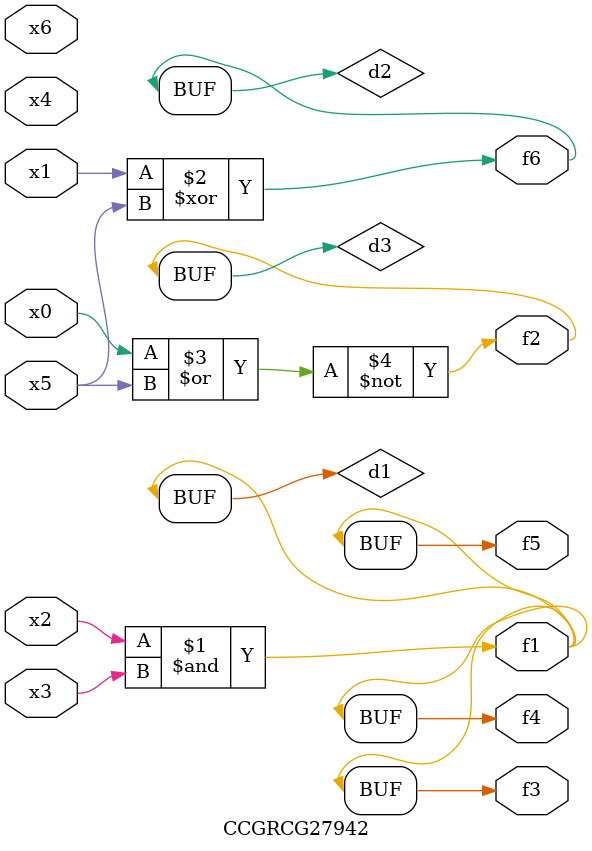
<source format=v>
module CCGRCG27942(
	input x0, x1, x2, x3, x4, x5, x6,
	output f1, f2, f3, f4, f5, f6
);

	wire d1, d2, d3;

	and (d1, x2, x3);
	xor (d2, x1, x5);
	nor (d3, x0, x5);
	assign f1 = d1;
	assign f2 = d3;
	assign f3 = d1;
	assign f4 = d1;
	assign f5 = d1;
	assign f6 = d2;
endmodule

</source>
